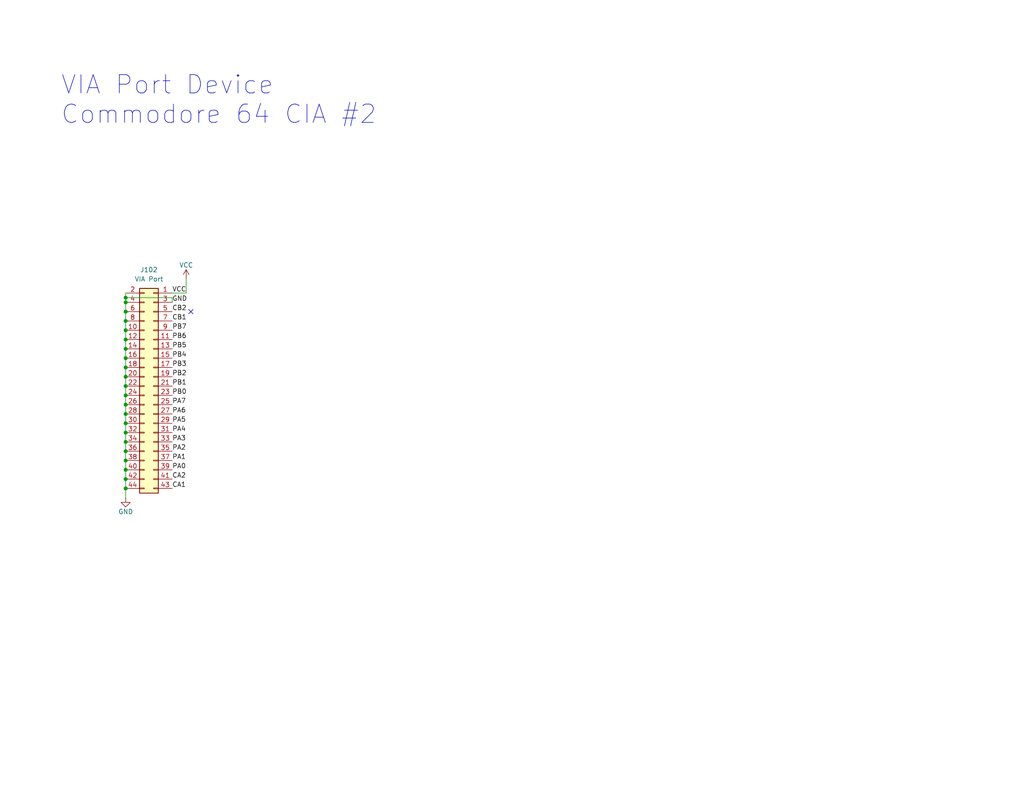
<source format=kicad_sch>
(kicad_sch (version 20211123) (generator eeschema)
  (paper "A")
  (lib_symbols
    (symbol "Connector_Generic:Conn_02x22_Odd_Even" (pin_names (offset 1.016) hide)
      (property "Reference" "J" (at 1.27 27.94 0))
      (property "Value" "Conn_02x22_Odd_Even" (at 1.27 -30.48 0))
      (symbol "Conn_02x22_Odd_Even_1_1"
        (rectangle (start -1.27 -27.813) (end 0 -28.067) (stroke (width 0.1524)))
        (rectangle (start -1.27 -25.273) (end 0 -25.527) (stroke (width 0.1524)))
        (rectangle (start -1.27 -22.733) (end 0 -22.987) (stroke (width 0.1524)))
        (rectangle (start -1.27 -20.193) (end 0 -20.447) (stroke (width 0.1524)))
        (rectangle (start -1.27 -17.653) (end 0 -17.907) (stroke (width 0.1524)))
        (rectangle (start -1.27 -15.113) (end 0 -15.367) (stroke (width 0.1524)))
        (rectangle (start -1.27 -12.573) (end 0 -12.827) (stroke (width 0.1524)))
        (rectangle (start -1.27 -10.033) (end 0 -10.287) (stroke (width 0.1524)))
        (rectangle (start -1.27 -7.493) (end 0 -7.747) (stroke (width 0.1524)))
        (rectangle (start -1.27 -4.953) (end 0 -5.207) (stroke (width 0.1524)))
        (rectangle (start -1.27 -2.413) (end 0 -2.667) (stroke (width 0.1524)))
        (rectangle (start -1.27 0.127) (end 0 -0.127) (stroke (width 0.1524)))
        (rectangle (start -1.27 2.667) (end 0 2.413) (stroke (width 0.1524)))
        (rectangle (start -1.27 5.207) (end 0 4.953) (stroke (width 0.1524)))
        (rectangle (start -1.27 7.747) (end 0 7.493) (stroke (width 0.1524)))
        (rectangle (start -1.27 10.287) (end 0 10.033) (stroke (width 0.1524)))
        (rectangle (start -1.27 12.827) (end 0 12.573) (stroke (width 0.1524)))
        (rectangle (start -1.27 15.367) (end 0 15.113) (stroke (width 0.1524)))
        (rectangle (start -1.27 17.907) (end 0 17.653) (stroke (width 0.1524)))
        (rectangle (start -1.27 20.447) (end 0 20.193) (stroke (width 0.1524)))
        (rectangle (start -1.27 22.987) (end 0 22.733) (stroke (width 0.1524)))
        (rectangle (start -1.27 25.527) (end 0 25.273) (stroke (width 0.1524)))
        (rectangle (start -1.27 26.67) (end 3.81 -29.21) (stroke (width 0.254)) (fill (type background)))
        (rectangle (start 3.81 -27.813) (end 2.54 -28.067) (stroke (width 0.1524)))
        (rectangle (start 3.81 -25.273) (end 2.54 -25.527) (stroke (width 0.1524)))
        (rectangle (start 3.81 -22.733) (end 2.54 -22.987) (stroke (width 0.1524)))
        (rectangle (start 3.81 -20.193) (end 2.54 -20.447) (stroke (width 0.1524)))
        (rectangle (start 3.81 -17.653) (end 2.54 -17.907) (stroke (width 0.1524)))
        (rectangle (start 3.81 -15.113) (end 2.54 -15.367) (stroke (width 0.1524)))
        (rectangle (start 3.81 -12.573) (end 2.54 -12.827) (stroke (width 0.1524)))
        (rectangle (start 3.81 -10.033) (end 2.54 -10.287) (stroke (width 0.1524)))
        (rectangle (start 3.81 -7.493) (end 2.54 -7.747) (stroke (width 0.1524)))
        (rectangle (start 3.81 -4.953) (end 2.54 -5.207) (stroke (width 0.1524)))
        (rectangle (start 3.81 -2.413) (end 2.54 -2.667) (stroke (width 0.1524)))
        (rectangle (start 3.81 0.127) (end 2.54 -0.127) (stroke (width 0.1524)))
        (rectangle (start 3.81 2.667) (end 2.54 2.413) (stroke (width 0.1524)))
        (rectangle (start 3.81 5.207) (end 2.54 4.953) (stroke (width 0.1524)))
        (rectangle (start 3.81 7.747) (end 2.54 7.493) (stroke (width 0.1524)))
        (rectangle (start 3.81 10.287) (end 2.54 10.033) (stroke (width 0.1524)))
        (rectangle (start 3.81 12.827) (end 2.54 12.573) (stroke (width 0.1524)))
        (rectangle (start 3.81 15.367) (end 2.54 15.113) (stroke (width 0.1524)))
        (rectangle (start 3.81 17.907) (end 2.54 17.653) (stroke (width 0.1524)))
        (rectangle (start 3.81 20.447) (end 2.54 20.193) (stroke (width 0.1524)))
        (rectangle (start 3.81 22.987) (end 2.54 22.733) (stroke (width 0.1524)))
        (rectangle (start 3.81 25.527) (end 2.54 25.273) (stroke (width 0.1524)))
        (pin passive line (at -5.08 25.4 0) (length 3.81) (name "Pin_1") (number "1"))
        (pin passive line (at 7.62 15.24 180) (length 3.81) (name "Pin_10") (number "10"))
        (pin passive line (at -5.08 12.7 0) (length 3.81) (name "Pin_11") (number "11"))
        (pin passive line (at 7.62 12.7 180) (length 3.81) (name "Pin_12") (number "12"))
        (pin passive line (at -5.08 10.16 0) (length 3.81) (name "Pin_13") (number "13"))
        (pin passive line (at 7.62 10.16 180) (length 3.81) (name "Pin_14") (number "14"))
        (pin passive line (at -5.08 7.62 0) (length 3.81) (name "Pin_15") (number "15"))
        (pin passive line (at 7.62 7.62 180) (length 3.81) (name "Pin_16") (number "16"))
        (pin passive line (at -5.08 5.08 0) (length 3.81) (name "Pin_17") (number "17"))
        (pin passive line (at 7.62 5.08 180) (length 3.81) (name "Pin_18") (number "18"))
        (pin passive line (at -5.08 2.54 0) (length 3.81) (name "Pin_19") (number "19"))
        (pin passive line (at 7.62 25.4 180) (length 3.81) (name "Pin_2") (number "2"))
        (pin passive line (at 7.62 2.54 180) (length 3.81) (name "Pin_20") (number "20"))
        (pin passive line (at -5.08 0 0) (length 3.81) (name "Pin_21") (number "21"))
        (pin passive line (at 7.62 0 180) (length 3.81) (name "Pin_22") (number "22"))
        (pin passive line (at -5.08 -2.54 0) (length 3.81) (name "Pin_23") (number "23"))
        (pin passive line (at 7.62 -2.54 180) (length 3.81) (name "Pin_24") (number "24"))
        (pin passive line (at -5.08 -5.08 0) (length 3.81) (name "Pin_25") (number "25"))
        (pin passive line (at 7.62 -5.08 180) (length 3.81) (name "Pin_26") (number "26"))
        (pin passive line (at -5.08 -7.62 0) (length 3.81) (name "Pin_27") (number "27"))
        (pin passive line (at 7.62 -7.62 180) (length 3.81) (name "Pin_28") (number "28"))
        (pin passive line (at -5.08 -10.16 0) (length 3.81) (name "Pin_29") (number "29"))
        (pin passive line (at -5.08 22.86 0) (length 3.81) (name "Pin_3") (number "3"))
        (pin passive line (at 7.62 -10.16 180) (length 3.81) (name "Pin_30") (number "30"))
        (pin passive line (at -5.08 -12.7 0) (length 3.81) (name "Pin_31") (number "31"))
        (pin passive line (at 7.62 -12.7 180) (length 3.81) (name "Pin_32") (number "32"))
        (pin passive line (at -5.08 -15.24 0) (length 3.81) (name "Pin_33") (number "33"))
        (pin passive line (at 7.62 -15.24 180) (length 3.81) (name "Pin_34") (number "34"))
        (pin passive line (at -5.08 -17.78 0) (length 3.81) (name "Pin_35") (number "35"))
        (pin passive line (at 7.62 -17.78 180) (length 3.81) (name "Pin_36") (number "36"))
        (pin passive line (at -5.08 -20.32 0) (length 3.81) (name "Pin_37") (number "37"))
        (pin passive line (at 7.62 -20.32 180) (length 3.81) (name "Pin_38") (number "38"))
        (pin passive line (at -5.08 -22.86 0) (length 3.81) (name "Pin_39") (number "39"))
        (pin passive line (at 7.62 22.86 180) (length 3.81) (name "Pin_4") (number "4"))
        (pin passive line (at 7.62 -22.86 180) (length 3.81) (name "Pin_40") (number "40"))
        (pin passive line (at -5.08 -25.4 0) (length 3.81) (name "Pin_41") (number "41"))
        (pin passive line (at 7.62 -25.4 180) (length 3.81) (name "Pin_42") (number "42"))
        (pin passive line (at -5.08 -27.94 0) (length 3.81) (name "Pin_43") (number "43"))
        (pin passive line (at 7.62 -27.94 180) (length 3.81) (name "Pin_44") (number "44"))
        (pin passive line (at -5.08 20.32 0) (length 3.81) (name "Pin_5") (number "5"))
        (pin passive line (at 7.62 20.32 180) (length 3.81) (name "Pin_6") (number "6"))
        (pin passive line (at -5.08 17.78 0) (length 3.81) (name "Pin_7") (number "7"))
        (pin passive line (at 7.62 17.78 180) (length 3.81) (name "Pin_8") (number "8"))
        (pin passive line (at -5.08 15.24 0) (length 3.81) (name "Pin_9") (number "9"))
      )
    )
    (symbol "GND_2" (power) (pin_names (offset 0))
      (property "Value" "GND_2" (at 0 -3.81 0))
      (symbol "GND_2_0_1"
        (polyline (pts (xy 0 0) (xy 0 -1.27) (xy 1.27 -1.27) (xy 0 -2.54) (xy -1.27 -1.27) (xy 0 -1.27)))
      )
      (symbol "GND_2_1_1"
        (pin power_in line (at 0 0 270) (length 0) hide (name "GND") (number "1"))
      )
    )
    (symbol "power:VCC" (power) (pin_names (offset 0))
      (property "Value" "VCC" (at 0 3.81 0))
      (symbol "VCC_0_1"
        (polyline (pts (xy -0.762 1.27) (xy 0 2.54)))
        (polyline (pts (xy 0 0) (xy 0 2.54)))
        (polyline (pts (xy 0 2.54) (xy 0.762 1.27)))
      )
      (symbol "VCC_1_1"
        (pin power_in line (at 0 0 90) (length 0) hide (name "VCC") (number "1"))
      )
    )
  )
  (junction (at 34.29 118.11))
  (junction (at 34.29 125.73))
  (junction (at 34.29 130.81))
  (junction (at 34.29 85.09))
  (junction (at 34.29 115.57))
  (junction (at 34.29 110.49))
  (junction (at 34.29 105.41))
  (junction (at 34.29 113.03))
  (junction (at 34.29 97.79))
  (junction (at 34.29 100.33))
  (junction (at 34.29 82.55))
  (junction (at 34.29 123.19))
  (junction (at 34.29 92.71))
  (junction (at 34.29 128.27))
  (junction (at 34.29 107.95))
  (junction (at 34.29 102.87))
  (junction (at 34.29 95.25))
  (junction (at 34.29 90.17))
  (junction (at 34.29 133.35))
  (junction (at 34.29 81.28))
  (junction (at 34.29 87.63))
  (junction (at 34.29 120.65))
  (no_connect (at 52.07 85.09))
  (wire (pts (xy 34.29 85.09) (xy 34.29 87.63)))
  (wire (pts (xy 34.29 87.63) (xy 34.29 90.17)))
  (wire (pts (xy 34.29 120.65) (xy 34.29 123.19)))
  (wire (pts (xy 46.99 82.55) (xy 46.99 81.28)))
  (wire (pts (xy 34.29 107.95) (xy 34.29 110.49)))
  (wire (pts (xy 34.29 130.81) (xy 34.29 133.35)))
  (wire (pts (xy 34.29 118.11) (xy 34.29 120.65)))
  (wire (pts (xy 34.29 80.01) (xy 34.29 81.28)))
  (wire (pts (xy 34.29 113.03) (xy 34.29 115.57)))
  (wire (pts (xy 34.29 100.33) (xy 34.29 102.87)))
  (wire (pts (xy 34.29 125.73) (xy 34.29 128.27)))
  (wire (pts (xy 34.29 95.25) (xy 34.29 97.79)))
  (wire (pts (xy 34.29 115.57) (xy 34.29 118.11)))
  (wire (pts (xy 50.8 80.01) (xy 46.99 80.01)))
  (wire (pts (xy 34.29 92.71) (xy 34.29 95.25)))
  (wire (pts (xy 46.99 81.28) (xy 34.29 81.28)))
  (wire (pts (xy 34.29 97.79) (xy 34.29 100.33)))
  (wire (pts (xy 34.29 105.41) (xy 34.29 107.95)))
  (wire (pts (xy 34.29 81.28) (xy 34.29 82.55)))
  (wire (pts (xy 34.29 110.49) (xy 34.29 113.03)))
  (wire (pts (xy 34.29 128.27) (xy 34.29 130.81)))
  (wire (pts (xy 34.29 123.19) (xy 34.29 125.73)))
  (wire (pts (xy 34.29 133.35) (xy 34.29 135.89)))
  (wire (pts (xy 34.29 102.87) (xy 34.29 105.41)))
  (wire (pts (xy 34.29 90.17) (xy 34.29 92.71)))
  (wire (pts (xy 50.8 76.2) (xy 50.8 80.01)))
  (wire (pts (xy 34.29 82.55) (xy 34.29 85.09)))
  (text "VIA Port Device\nCommodore 64 CIA #2" (at 16.51 34.29 0) (effects (font (size 5 5)) (justify left bottom)))
  (label "PB0" (at 46.99 107.95 0))
  (label "CB2" (at 46.99 85.09 0))
  (label "CA1" (at 46.99 133.35 0))
  (label "GND" (at 46.99 82.55 0))
  (label "PB6" (at 46.99 92.71 0))
  (label "PA4" (at 46.99 118.11 0))
  (label "PB1" (at 46.99 105.41 0))
  (label "PA5" (at 46.99 115.57 0))
  (label "PA1" (at 46.99 125.73 0))
  (label "PA3" (at 46.99 120.65 0))
  (label "PA7" (at 46.99 110.49 0))
  (label "VCC" (at 46.99 80.01 0))
  (label "PB3" (at 46.99 100.33 0))
  (label "CB1" (at 46.99 87.63 0))
  (label "PA0" (at 46.99 128.27 0))
  (label "PA2" (at 46.99 123.19 0))
  (label "PB7" (at 46.99 90.17 0))
  (label "PA6" (at 46.99 113.03 0))
  (label "CA2" (at 46.99 130.81 0))
  (label "PB2" (at 46.99 102.87 0))
  (label "PB5" (at 46.99 95.25 0))
  (label "PB4" (at 46.99 97.79 0))
  (symbol (lib_name "GND_2") (lib_id "power:GND") (at 34.29 135.89 0) (unit 1)
    (property "Reference" "#PWR0218" (effects hide))
    (property "Value" "GND" (at 34.29 139.7 0))
  )
  (symbol (lib_id "power:VCC") (at 50.8 76.2 0) (unit 1)
    (property "Reference" "#PWR0219" (effects hide))
    (property "Value" "VCC" (at 50.8 72.39 0))
  )
  (symbol (lib_id "Connector_Generic:Conn_02x22_Odd_Even") (at 41.91 105.41 0) (mirror y) (unit 1)
    (property "Reference" "J102" (at 40.64 73.66 0))
    (property "Value" "VIA Port" (at 40.64 76.2 0))
  )
)
</source>
